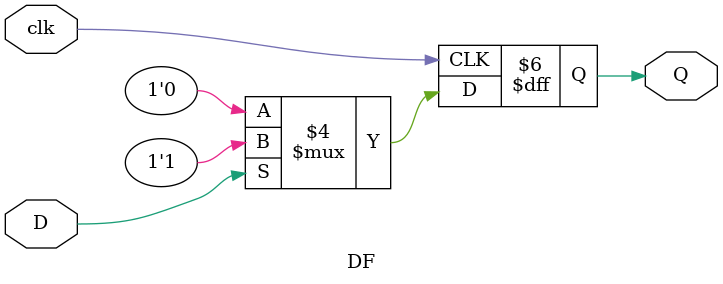
<source format=v>
module DF (Q, D, clk);

input D;
input clk;

output reg Q;

always @ (posedge clk)
begin
	if (D == 1)
	Q <= 1;
	else
	Q <= 0;
 end

endmodule 

////OG code

//module DFF (Q, D, clk);
//
//input D;
//input clk;
//
//output reg Q;
//
//always @ (posedge clk)
//begin
//	Q<=D;
// end
//
//endmodule 
</source>
